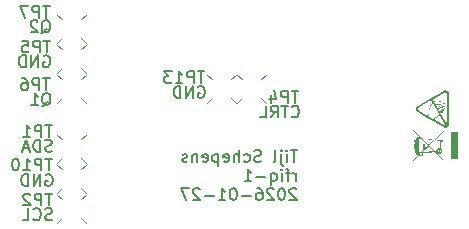
<source format=gbr>
%TF.GenerationSoftware,KiCad,Pcbnew,9.0.7*%
%TF.CreationDate,2026-01-30T12:17:07+01:00*%
%TF.ProjectId,rfiq-1,72666971-2d31-42e6-9b69-6361645f7063,1a*%
%TF.SameCoordinates,Original*%
%TF.FileFunction,Legend,Bot*%
%TF.FilePolarity,Positive*%
%FSLAX46Y46*%
G04 Gerber Fmt 4.6, Leading zero omitted, Abs format (unit mm)*
G04 Created by KiCad (PCBNEW 9.0.7) date 2026-01-30 12:17:07*
%MOMM*%
%LPD*%
G01*
G04 APERTURE LIST*
%ADD10C,0.150000*%
%ADD11C,0.100000*%
G04 APERTURE END LIST*
D10*
X189431077Y-95499931D02*
X188859649Y-95499931D01*
X189145363Y-96499931D02*
X189145363Y-95499931D01*
X188526315Y-96499931D02*
X188526315Y-95833264D01*
X188526315Y-95499931D02*
X188573934Y-95547550D01*
X188573934Y-95547550D02*
X188526315Y-95595169D01*
X188526315Y-95595169D02*
X188478696Y-95547550D01*
X188478696Y-95547550D02*
X188526315Y-95499931D01*
X188526315Y-95499931D02*
X188526315Y-95595169D01*
X188050125Y-95833264D02*
X188050125Y-96690407D01*
X188050125Y-96690407D02*
X188097744Y-96785645D01*
X188097744Y-96785645D02*
X188192982Y-96833264D01*
X188192982Y-96833264D02*
X188240601Y-96833264D01*
X188050125Y-95499931D02*
X188097744Y-95547550D01*
X188097744Y-95547550D02*
X188050125Y-95595169D01*
X188050125Y-95595169D02*
X188002506Y-95547550D01*
X188002506Y-95547550D02*
X188050125Y-95499931D01*
X188050125Y-95499931D02*
X188050125Y-95595169D01*
X187431078Y-96499931D02*
X187526316Y-96452312D01*
X187526316Y-96452312D02*
X187573935Y-96357073D01*
X187573935Y-96357073D02*
X187573935Y-95499931D01*
X186335839Y-96452312D02*
X186192982Y-96499931D01*
X186192982Y-96499931D02*
X185954887Y-96499931D01*
X185954887Y-96499931D02*
X185859649Y-96452312D01*
X185859649Y-96452312D02*
X185812030Y-96404692D01*
X185812030Y-96404692D02*
X185764411Y-96309454D01*
X185764411Y-96309454D02*
X185764411Y-96214216D01*
X185764411Y-96214216D02*
X185812030Y-96118978D01*
X185812030Y-96118978D02*
X185859649Y-96071359D01*
X185859649Y-96071359D02*
X185954887Y-96023740D01*
X185954887Y-96023740D02*
X186145363Y-95976121D01*
X186145363Y-95976121D02*
X186240601Y-95928502D01*
X186240601Y-95928502D02*
X186288220Y-95880883D01*
X186288220Y-95880883D02*
X186335839Y-95785645D01*
X186335839Y-95785645D02*
X186335839Y-95690407D01*
X186335839Y-95690407D02*
X186288220Y-95595169D01*
X186288220Y-95595169D02*
X186240601Y-95547550D01*
X186240601Y-95547550D02*
X186145363Y-95499931D01*
X186145363Y-95499931D02*
X185907268Y-95499931D01*
X185907268Y-95499931D02*
X185764411Y-95547550D01*
X184907268Y-96452312D02*
X185002506Y-96499931D01*
X185002506Y-96499931D02*
X185192982Y-96499931D01*
X185192982Y-96499931D02*
X185288220Y-96452312D01*
X185288220Y-96452312D02*
X185335839Y-96404692D01*
X185335839Y-96404692D02*
X185383458Y-96309454D01*
X185383458Y-96309454D02*
X185383458Y-96023740D01*
X185383458Y-96023740D02*
X185335839Y-95928502D01*
X185335839Y-95928502D02*
X185288220Y-95880883D01*
X185288220Y-95880883D02*
X185192982Y-95833264D01*
X185192982Y-95833264D02*
X185002506Y-95833264D01*
X185002506Y-95833264D02*
X184907268Y-95880883D01*
X184478696Y-96499931D02*
X184478696Y-95499931D01*
X184050125Y-96499931D02*
X184050125Y-95976121D01*
X184050125Y-95976121D02*
X184097744Y-95880883D01*
X184097744Y-95880883D02*
X184192982Y-95833264D01*
X184192982Y-95833264D02*
X184335839Y-95833264D01*
X184335839Y-95833264D02*
X184431077Y-95880883D01*
X184431077Y-95880883D02*
X184478696Y-95928502D01*
X183192982Y-96452312D02*
X183288220Y-96499931D01*
X183288220Y-96499931D02*
X183478696Y-96499931D01*
X183478696Y-96499931D02*
X183573934Y-96452312D01*
X183573934Y-96452312D02*
X183621553Y-96357073D01*
X183621553Y-96357073D02*
X183621553Y-95976121D01*
X183621553Y-95976121D02*
X183573934Y-95880883D01*
X183573934Y-95880883D02*
X183478696Y-95833264D01*
X183478696Y-95833264D02*
X183288220Y-95833264D01*
X183288220Y-95833264D02*
X183192982Y-95880883D01*
X183192982Y-95880883D02*
X183145363Y-95976121D01*
X183145363Y-95976121D02*
X183145363Y-96071359D01*
X183145363Y-96071359D02*
X183621553Y-96166597D01*
X182716791Y-95833264D02*
X182716791Y-96833264D01*
X182716791Y-95880883D02*
X182621553Y-95833264D01*
X182621553Y-95833264D02*
X182431077Y-95833264D01*
X182431077Y-95833264D02*
X182335839Y-95880883D01*
X182335839Y-95880883D02*
X182288220Y-95928502D01*
X182288220Y-95928502D02*
X182240601Y-96023740D01*
X182240601Y-96023740D02*
X182240601Y-96309454D01*
X182240601Y-96309454D02*
X182288220Y-96404692D01*
X182288220Y-96404692D02*
X182335839Y-96452312D01*
X182335839Y-96452312D02*
X182431077Y-96499931D01*
X182431077Y-96499931D02*
X182621553Y-96499931D01*
X182621553Y-96499931D02*
X182716791Y-96452312D01*
X181431077Y-96452312D02*
X181526315Y-96499931D01*
X181526315Y-96499931D02*
X181716791Y-96499931D01*
X181716791Y-96499931D02*
X181812029Y-96452312D01*
X181812029Y-96452312D02*
X181859648Y-96357073D01*
X181859648Y-96357073D02*
X181859648Y-95976121D01*
X181859648Y-95976121D02*
X181812029Y-95880883D01*
X181812029Y-95880883D02*
X181716791Y-95833264D01*
X181716791Y-95833264D02*
X181526315Y-95833264D01*
X181526315Y-95833264D02*
X181431077Y-95880883D01*
X181431077Y-95880883D02*
X181383458Y-95976121D01*
X181383458Y-95976121D02*
X181383458Y-96071359D01*
X181383458Y-96071359D02*
X181859648Y-96166597D01*
X180954886Y-95833264D02*
X180954886Y-96499931D01*
X180954886Y-95928502D02*
X180907267Y-95880883D01*
X180907267Y-95880883D02*
X180812029Y-95833264D01*
X180812029Y-95833264D02*
X180669172Y-95833264D01*
X180669172Y-95833264D02*
X180573934Y-95880883D01*
X180573934Y-95880883D02*
X180526315Y-95976121D01*
X180526315Y-95976121D02*
X180526315Y-96499931D01*
X180097743Y-96452312D02*
X180002505Y-96499931D01*
X180002505Y-96499931D02*
X179812029Y-96499931D01*
X179812029Y-96499931D02*
X179716791Y-96452312D01*
X179716791Y-96452312D02*
X179669172Y-96357073D01*
X179669172Y-96357073D02*
X179669172Y-96309454D01*
X179669172Y-96309454D02*
X179716791Y-96214216D01*
X179716791Y-96214216D02*
X179812029Y-96166597D01*
X179812029Y-96166597D02*
X179954886Y-96166597D01*
X179954886Y-96166597D02*
X180050124Y-96118978D01*
X180050124Y-96118978D02*
X180097743Y-96023740D01*
X180097743Y-96023740D02*
X180097743Y-95976121D01*
X180097743Y-95976121D02*
X180050124Y-95880883D01*
X180050124Y-95880883D02*
X179954886Y-95833264D01*
X179954886Y-95833264D02*
X179812029Y-95833264D01*
X179812029Y-95833264D02*
X179716791Y-95880883D01*
X189288220Y-98109875D02*
X189288220Y-97443208D01*
X189288220Y-97633684D02*
X189240601Y-97538446D01*
X189240601Y-97538446D02*
X189192982Y-97490827D01*
X189192982Y-97490827D02*
X189097744Y-97443208D01*
X189097744Y-97443208D02*
X189002506Y-97443208D01*
X188812029Y-97443208D02*
X188431077Y-97443208D01*
X188669172Y-98109875D02*
X188669172Y-97252732D01*
X188669172Y-97252732D02*
X188621553Y-97157494D01*
X188621553Y-97157494D02*
X188526315Y-97109875D01*
X188526315Y-97109875D02*
X188431077Y-97109875D01*
X188097743Y-98109875D02*
X188097743Y-97443208D01*
X188097743Y-97109875D02*
X188145362Y-97157494D01*
X188145362Y-97157494D02*
X188097743Y-97205113D01*
X188097743Y-97205113D02*
X188050124Y-97157494D01*
X188050124Y-97157494D02*
X188097743Y-97109875D01*
X188097743Y-97109875D02*
X188097743Y-97205113D01*
X187192982Y-97443208D02*
X187192982Y-98443208D01*
X187192982Y-98062256D02*
X187288220Y-98109875D01*
X187288220Y-98109875D02*
X187478696Y-98109875D01*
X187478696Y-98109875D02*
X187573934Y-98062256D01*
X187573934Y-98062256D02*
X187621553Y-98014636D01*
X187621553Y-98014636D02*
X187669172Y-97919398D01*
X187669172Y-97919398D02*
X187669172Y-97633684D01*
X187669172Y-97633684D02*
X187621553Y-97538446D01*
X187621553Y-97538446D02*
X187573934Y-97490827D01*
X187573934Y-97490827D02*
X187478696Y-97443208D01*
X187478696Y-97443208D02*
X187288220Y-97443208D01*
X187288220Y-97443208D02*
X187192982Y-97490827D01*
X186716791Y-97728922D02*
X185954887Y-97728922D01*
X184954887Y-98109875D02*
X185526315Y-98109875D01*
X185240601Y-98109875D02*
X185240601Y-97109875D01*
X185240601Y-97109875D02*
X185335839Y-97252732D01*
X185335839Y-97252732D02*
X185431077Y-97347970D01*
X185431077Y-97347970D02*
X185526315Y-97395589D01*
X189335839Y-98815057D02*
X189288220Y-98767438D01*
X189288220Y-98767438D02*
X189192982Y-98719819D01*
X189192982Y-98719819D02*
X188954887Y-98719819D01*
X188954887Y-98719819D02*
X188859649Y-98767438D01*
X188859649Y-98767438D02*
X188812030Y-98815057D01*
X188812030Y-98815057D02*
X188764411Y-98910295D01*
X188764411Y-98910295D02*
X188764411Y-99005533D01*
X188764411Y-99005533D02*
X188812030Y-99148390D01*
X188812030Y-99148390D02*
X189383458Y-99719819D01*
X189383458Y-99719819D02*
X188764411Y-99719819D01*
X188145363Y-98719819D02*
X188050125Y-98719819D01*
X188050125Y-98719819D02*
X187954887Y-98767438D01*
X187954887Y-98767438D02*
X187907268Y-98815057D01*
X187907268Y-98815057D02*
X187859649Y-98910295D01*
X187859649Y-98910295D02*
X187812030Y-99100771D01*
X187812030Y-99100771D02*
X187812030Y-99338866D01*
X187812030Y-99338866D02*
X187859649Y-99529342D01*
X187859649Y-99529342D02*
X187907268Y-99624580D01*
X187907268Y-99624580D02*
X187954887Y-99672200D01*
X187954887Y-99672200D02*
X188050125Y-99719819D01*
X188050125Y-99719819D02*
X188145363Y-99719819D01*
X188145363Y-99719819D02*
X188240601Y-99672200D01*
X188240601Y-99672200D02*
X188288220Y-99624580D01*
X188288220Y-99624580D02*
X188335839Y-99529342D01*
X188335839Y-99529342D02*
X188383458Y-99338866D01*
X188383458Y-99338866D02*
X188383458Y-99100771D01*
X188383458Y-99100771D02*
X188335839Y-98910295D01*
X188335839Y-98910295D02*
X188288220Y-98815057D01*
X188288220Y-98815057D02*
X188240601Y-98767438D01*
X188240601Y-98767438D02*
X188145363Y-98719819D01*
X187431077Y-98815057D02*
X187383458Y-98767438D01*
X187383458Y-98767438D02*
X187288220Y-98719819D01*
X187288220Y-98719819D02*
X187050125Y-98719819D01*
X187050125Y-98719819D02*
X186954887Y-98767438D01*
X186954887Y-98767438D02*
X186907268Y-98815057D01*
X186907268Y-98815057D02*
X186859649Y-98910295D01*
X186859649Y-98910295D02*
X186859649Y-99005533D01*
X186859649Y-99005533D02*
X186907268Y-99148390D01*
X186907268Y-99148390D02*
X187478696Y-99719819D01*
X187478696Y-99719819D02*
X186859649Y-99719819D01*
X186002506Y-98719819D02*
X186192982Y-98719819D01*
X186192982Y-98719819D02*
X186288220Y-98767438D01*
X186288220Y-98767438D02*
X186335839Y-98815057D01*
X186335839Y-98815057D02*
X186431077Y-98957914D01*
X186431077Y-98957914D02*
X186478696Y-99148390D01*
X186478696Y-99148390D02*
X186478696Y-99529342D01*
X186478696Y-99529342D02*
X186431077Y-99624580D01*
X186431077Y-99624580D02*
X186383458Y-99672200D01*
X186383458Y-99672200D02*
X186288220Y-99719819D01*
X186288220Y-99719819D02*
X186097744Y-99719819D01*
X186097744Y-99719819D02*
X186002506Y-99672200D01*
X186002506Y-99672200D02*
X185954887Y-99624580D01*
X185954887Y-99624580D02*
X185907268Y-99529342D01*
X185907268Y-99529342D02*
X185907268Y-99291247D01*
X185907268Y-99291247D02*
X185954887Y-99196009D01*
X185954887Y-99196009D02*
X186002506Y-99148390D01*
X186002506Y-99148390D02*
X186097744Y-99100771D01*
X186097744Y-99100771D02*
X186288220Y-99100771D01*
X186288220Y-99100771D02*
X186383458Y-99148390D01*
X186383458Y-99148390D02*
X186431077Y-99196009D01*
X186431077Y-99196009D02*
X186478696Y-99291247D01*
X185478696Y-99338866D02*
X184716792Y-99338866D01*
X184050125Y-98719819D02*
X183954887Y-98719819D01*
X183954887Y-98719819D02*
X183859649Y-98767438D01*
X183859649Y-98767438D02*
X183812030Y-98815057D01*
X183812030Y-98815057D02*
X183764411Y-98910295D01*
X183764411Y-98910295D02*
X183716792Y-99100771D01*
X183716792Y-99100771D02*
X183716792Y-99338866D01*
X183716792Y-99338866D02*
X183764411Y-99529342D01*
X183764411Y-99529342D02*
X183812030Y-99624580D01*
X183812030Y-99624580D02*
X183859649Y-99672200D01*
X183859649Y-99672200D02*
X183954887Y-99719819D01*
X183954887Y-99719819D02*
X184050125Y-99719819D01*
X184050125Y-99719819D02*
X184145363Y-99672200D01*
X184145363Y-99672200D02*
X184192982Y-99624580D01*
X184192982Y-99624580D02*
X184240601Y-99529342D01*
X184240601Y-99529342D02*
X184288220Y-99338866D01*
X184288220Y-99338866D02*
X184288220Y-99100771D01*
X184288220Y-99100771D02*
X184240601Y-98910295D01*
X184240601Y-98910295D02*
X184192982Y-98815057D01*
X184192982Y-98815057D02*
X184145363Y-98767438D01*
X184145363Y-98767438D02*
X184050125Y-98719819D01*
X182764411Y-99719819D02*
X183335839Y-99719819D01*
X183050125Y-99719819D02*
X183050125Y-98719819D01*
X183050125Y-98719819D02*
X183145363Y-98862676D01*
X183145363Y-98862676D02*
X183240601Y-98957914D01*
X183240601Y-98957914D02*
X183335839Y-99005533D01*
X182335839Y-99338866D02*
X181573935Y-99338866D01*
X181145363Y-98815057D02*
X181097744Y-98767438D01*
X181097744Y-98767438D02*
X181002506Y-98719819D01*
X181002506Y-98719819D02*
X180764411Y-98719819D01*
X180764411Y-98719819D02*
X180669173Y-98767438D01*
X180669173Y-98767438D02*
X180621554Y-98815057D01*
X180621554Y-98815057D02*
X180573935Y-98910295D01*
X180573935Y-98910295D02*
X180573935Y-99005533D01*
X180573935Y-99005533D02*
X180621554Y-99148390D01*
X180621554Y-99148390D02*
X181192982Y-99719819D01*
X181192982Y-99719819D02*
X180573935Y-99719819D01*
X180240601Y-98719819D02*
X179573935Y-98719819D01*
X179573935Y-98719819D02*
X180002506Y-99719819D01*
D11*
G36*
X202134173Y-90459071D02*
G01*
X202135272Y-90459071D01*
X202135272Y-90459987D01*
X202175205Y-90486732D01*
X202210193Y-90519521D01*
X202276343Y-90623189D01*
X202298304Y-90743004D01*
X202298304Y-93266521D01*
X202298304Y-93269085D01*
X202298304Y-93271650D01*
X202293175Y-93318728D01*
X202282916Y-93363974D01*
X202227412Y-93467979D01*
X202136004Y-93545324D01*
X202135088Y-93545324D01*
X202135088Y-93546423D01*
X202090942Y-93566939D01*
X202044780Y-93580312D01*
X201923319Y-93584653D01*
X201809757Y-93542393D01*
X200612473Y-92852346D01*
X200975179Y-92852346D01*
X200975179Y-92853262D01*
X201844928Y-93352433D01*
X201846027Y-93352433D01*
X201919300Y-93376980D01*
X201920216Y-93376064D01*
X201934687Y-93376064D01*
X201961432Y-93376064D01*
X201433318Y-92468396D01*
X201383033Y-92550088D01*
X201295382Y-92649747D01*
X201259295Y-92683269D01*
X201227421Y-92707998D01*
X201135830Y-92749947D01*
X201057611Y-92783836D01*
X201056512Y-92783836D01*
X200994596Y-92829815D01*
X200975179Y-92852346D01*
X200612473Y-92852346D01*
X200155426Y-92588930D01*
X200517407Y-92588930D01*
X200518323Y-92588930D01*
X200933963Y-92828715D01*
X200961807Y-92797025D01*
X201032698Y-92743902D01*
X201120259Y-92706899D01*
X201200676Y-92670080D01*
X201229436Y-92647548D01*
X201262409Y-92616774D01*
X201361979Y-92501344D01*
X201403459Y-92417288D01*
X201217122Y-92095804D01*
X201378729Y-92095804D01*
X201479663Y-92270743D01*
X201514329Y-92222383D01*
X201571803Y-92222383D01*
X201622178Y-92277887D01*
X201625293Y-92279719D01*
X201628224Y-92283932D01*
X201653869Y-92292175D01*
X201693803Y-92283016D01*
X201696001Y-92281917D01*
X201708274Y-92233740D01*
X201694902Y-92148194D01*
X201680614Y-92117419D01*
X201674385Y-92119984D01*
X201668157Y-92123647D01*
X201605692Y-92173107D01*
X201571803Y-92222383D01*
X201514329Y-92222383D01*
X201531137Y-92198935D01*
X201568140Y-92145263D01*
X201623039Y-92101116D01*
X201726226Y-92101116D01*
X201739598Y-92133906D01*
X201746742Y-92157536D01*
X201774435Y-92171206D01*
X201802063Y-92170725D01*
X201813421Y-92166695D01*
X201824595Y-92159551D01*
X201827709Y-92157536D01*
X201841081Y-92115404D01*
X201821664Y-92064113D01*
X201821664Y-92063197D01*
X201746742Y-92095987D01*
X201726226Y-92101116D01*
X201623039Y-92101116D01*
X201647641Y-92081332D01*
X201689773Y-92063014D01*
X201710289Y-92056786D01*
X201698565Y-92021065D01*
X201692887Y-91997801D01*
X201697331Y-91917018D01*
X201716517Y-91917018D01*
X201716517Y-91991024D01*
X201738133Y-92051474D01*
X201816352Y-92010441D01*
X201883213Y-91952006D01*
X201900799Y-91923063D01*
X201907943Y-91896502D01*
X201907943Y-91895403D01*
X201907943Y-91857484D01*
X201893471Y-91823229D01*
X201867636Y-91805618D01*
X201830090Y-91799232D01*
X201807192Y-91799232D01*
X201761397Y-91818832D01*
X201728241Y-91872505D01*
X201726775Y-91879282D01*
X201724211Y-91886060D01*
X201723112Y-91893204D01*
X201720914Y-91900348D01*
X201716517Y-91917018D01*
X201697331Y-91917018D01*
X201698016Y-91904562D01*
X201700031Y-91895219D01*
X201702229Y-91886793D01*
X201703145Y-91879649D01*
X201709190Y-91864078D01*
X201746376Y-91800881D01*
X201769091Y-91787508D01*
X201703406Y-91797791D01*
X201631298Y-91831175D01*
X201549822Y-91893937D01*
X201452552Y-91996885D01*
X201378729Y-92095804D01*
X201217122Y-92095804D01*
X201126023Y-91938633D01*
X201287138Y-91938633D01*
X201353084Y-92051657D01*
X201412618Y-91972522D01*
X201367555Y-91946877D01*
X201357297Y-91942847D01*
X201320111Y-91934603D01*
X201287138Y-91938633D01*
X201126023Y-91938633D01*
X201052762Y-91812238D01*
X201216430Y-91812238D01*
X201263508Y-91896502D01*
X201321027Y-91887159D01*
X201376714Y-91900532D01*
X201386973Y-91905661D01*
X201443576Y-91936435D01*
X201517765Y-91861880D01*
X201527473Y-91853271D01*
X201536266Y-91845577D01*
X201474534Y-91809124D01*
X201455849Y-91801247D01*
X201438447Y-91795385D01*
X201372684Y-91787508D01*
X201298496Y-91787508D01*
X201251235Y-91792821D01*
X201216430Y-91812238D01*
X201052762Y-91812238D01*
X200989481Y-91703061D01*
X201152316Y-91703061D01*
X201192433Y-91770289D01*
X201238778Y-91746842D01*
X201298496Y-91740614D01*
X201336231Y-91740614D01*
X201373600Y-91740614D01*
X201449987Y-91749590D01*
X201450903Y-91749590D01*
X201472519Y-91757466D01*
X201493035Y-91767725D01*
X201575467Y-91817001D01*
X201658815Y-91764061D01*
X201642512Y-91737500D01*
X201621812Y-91708190D01*
X201608440Y-91692803D01*
X201601296Y-91682545D01*
X201591953Y-91666058D01*
X201585725Y-91664959D01*
X201577482Y-91664043D01*
X201489921Y-91670272D01*
X201457727Y-91669807D01*
X201386973Y-91651770D01*
X201292267Y-91632170D01*
X201235664Y-91662028D01*
X201152316Y-91703061D01*
X200989481Y-91703061D01*
X200877360Y-91509621D01*
X200836693Y-91555966D01*
X200789982Y-91622827D01*
X200767817Y-91660929D01*
X200728250Y-91723578D01*
X200661771Y-91826651D01*
X200625668Y-91907676D01*
X200605758Y-91992735D01*
X200598374Y-92103131D01*
X200598374Y-92165779D01*
X200605518Y-92306097D01*
X200598568Y-92376290D01*
X200577857Y-92442568D01*
X200517407Y-92588930D01*
X200155426Y-92588930D01*
X199621463Y-92281184D01*
X199582445Y-92253340D01*
X199547458Y-92221650D01*
X199482713Y-92120076D01*
X199461313Y-92002930D01*
X199672205Y-92002930D01*
X199683748Y-92066156D01*
X199718550Y-92121083D01*
X199737051Y-92138485D01*
X199758667Y-92152773D01*
X199758667Y-92153872D01*
X200474176Y-92565666D01*
X200528398Y-92424982D01*
X200545625Y-92364757D01*
X200551479Y-92299502D01*
X200551479Y-92167978D01*
X200551479Y-92135737D01*
X200551479Y-92104413D01*
X200559453Y-91989143D01*
X200581887Y-91891739D01*
X200621051Y-91804752D01*
X200691430Y-91695551D01*
X200726967Y-91637116D01*
X200740157Y-91614951D01*
X200751331Y-91596999D01*
X200799874Y-91527206D01*
X200853729Y-91468588D01*
X200826380Y-91421510D01*
X200987452Y-91421510D01*
X201126488Y-91659464D01*
X201159525Y-91651687D01*
X201208920Y-91624842D01*
X201284024Y-91587107D01*
X201325093Y-91588209D01*
X201402360Y-91608356D01*
X201479663Y-91625758D01*
X201580779Y-91618614D01*
X201593602Y-91619530D01*
X201606425Y-91621728D01*
X201633169Y-91628872D01*
X201663944Y-91638032D01*
X201818550Y-91673752D01*
X201819466Y-91673752D01*
X201857076Y-91661928D01*
X201890357Y-91633086D01*
X201898600Y-91623011D01*
X201878084Y-91624110D01*
X201852255Y-91622095D01*
X201809024Y-91601578D01*
X201791439Y-91589488D01*
X201743506Y-91545707D01*
X201728790Y-91494234D01*
X201754619Y-91494234D01*
X201766254Y-91534711D01*
X201804262Y-91569338D01*
X201815985Y-91575566D01*
X201824595Y-91581795D01*
X201860315Y-91599014D01*
X201878633Y-91599930D01*
X201896219Y-91599930D01*
X201909958Y-91599930D01*
X201913072Y-91577398D01*
X201906607Y-91551717D01*
X201885411Y-91527023D01*
X201772021Y-91475732D01*
X201758649Y-91470603D01*
X201756634Y-91475732D01*
X201754619Y-91494234D01*
X201728790Y-91494234D01*
X201731905Y-91469687D01*
X201733920Y-91462543D01*
X201681346Y-91442027D01*
X201601113Y-91410153D01*
X201497065Y-91392751D01*
X201377630Y-91372234D01*
X201374516Y-91372234D01*
X201330186Y-91359961D01*
X201240175Y-91340831D01*
X201196463Y-91342559D01*
X201114031Y-91375348D01*
X200987452Y-91421510D01*
X200826380Y-91421510D01*
X200746568Y-91284124D01*
X199762697Y-91850889D01*
X199761781Y-91851805D01*
X199704078Y-91902180D01*
X199704078Y-91903279D01*
X199696934Y-91914637D01*
X199678312Y-91957954D01*
X199672205Y-92002930D01*
X199461313Y-92002930D01*
X199461179Y-92002198D01*
X199472251Y-91917252D01*
X199505326Y-91839166D01*
X199520713Y-91815535D01*
X199520713Y-91816634D01*
X199567507Y-91763140D01*
X199626409Y-91721196D01*
X200504632Y-91214331D01*
X200868018Y-91214331D01*
X200962723Y-91377363D01*
X201017744Y-91364650D01*
X201094797Y-91333217D01*
X201184556Y-91297313D01*
X201237828Y-91294222D01*
X201343375Y-91314898D01*
X201385874Y-91326072D01*
X201388988Y-91327172D01*
X201389904Y-91327172D01*
X201504392Y-91346589D01*
X201615767Y-91366006D01*
X201701496Y-91398979D01*
X201768541Y-91425540D01*
X201787042Y-91431769D01*
X201873390Y-91465396D01*
X201916186Y-91492219D01*
X201948104Y-91530308D01*
X201958318Y-91574284D01*
X201950075Y-91622644D01*
X201925528Y-91663677D01*
X201877097Y-91704179D01*
X201820931Y-91717166D01*
X201666142Y-91686758D01*
X201682629Y-91714419D01*
X201708274Y-91748490D01*
X201775685Y-91740614D01*
X201782096Y-91740614D01*
X201788142Y-91740614D01*
X201873490Y-91754023D01*
X201928276Y-91789706D01*
X201945381Y-91814621D01*
X201955204Y-91851622D01*
X201955204Y-91900532D01*
X201942564Y-91942847D01*
X201919483Y-91979666D01*
X201859583Y-92036270D01*
X201880536Y-92072413D01*
X201887426Y-92112290D01*
X201882236Y-92157488D01*
X201859583Y-92191425D01*
X201853354Y-92196554D01*
X201833937Y-92209193D01*
X201812138Y-92216338D01*
X201754619Y-92214323D01*
X201754619Y-92224031D01*
X201754619Y-92234656D01*
X201746311Y-92290090D01*
X201725676Y-92319836D01*
X201710106Y-92328079D01*
X201656250Y-92338520D01*
X201597449Y-92317454D01*
X201591221Y-92312508D01*
X201543593Y-92264515D01*
X201504576Y-92311592D01*
X202079767Y-93300409D01*
X202102482Y-93254248D01*
X202108710Y-93229701D01*
X202109626Y-93204056D01*
X202110725Y-93203140D01*
X202110725Y-90804187D01*
X202099043Y-90738310D01*
X202064380Y-90683103D01*
X202044963Y-90665701D01*
X202023164Y-90651413D01*
X202023164Y-90650314D01*
X201965259Y-90629135D01*
X201900799Y-90630896D01*
X201875886Y-90638040D01*
X201852438Y-90648299D01*
X201849324Y-90650314D01*
X200868018Y-91214331D01*
X200504632Y-91214331D01*
X201813237Y-90459071D01*
X201813237Y-90457972D01*
X201815252Y-90456873D01*
X201820382Y-90454858D01*
X201863429Y-90435441D01*
X201907576Y-90422069D01*
X202025587Y-90419105D01*
X202134173Y-90459071D01*
G37*
G36*
X201512565Y-95487119D02*
G01*
X201538390Y-95512821D01*
X201547990Y-95559045D01*
X201538336Y-95605998D01*
X201512461Y-95631996D01*
X201465924Y-95641660D01*
X201419388Y-95631996D01*
X201393512Y-95605998D01*
X201383859Y-95559045D01*
X201384277Y-95557030D01*
X201448522Y-95557030D01*
X201460978Y-95570403D01*
X201474167Y-95557030D01*
X201460978Y-95544757D01*
X201448522Y-95557030D01*
X201384277Y-95557030D01*
X201393458Y-95512821D01*
X201419284Y-95487119D01*
X201465924Y-95477529D01*
X201512565Y-95487119D01*
G37*
G36*
X199983797Y-94499520D02*
G01*
X200182184Y-94519120D01*
X200662487Y-94564183D01*
X201010167Y-94600087D01*
X201787409Y-93839148D01*
X201837784Y-93891355D01*
X201107437Y-94605216D01*
X201559713Y-94647531D01*
X201559713Y-94668597D01*
X201724394Y-94668597D01*
X201724394Y-94832728D01*
X201559713Y-94832728D01*
X201559713Y-95319260D01*
X201592869Y-95336845D01*
X201624193Y-95359193D01*
X201660280Y-95395097D01*
X201689590Y-95441992D01*
X201706442Y-95494382D01*
X201712121Y-95543292D01*
X201712121Y-95598246D01*
X201702229Y-95635982D01*
X201685376Y-95678480D01*
X201662479Y-95714933D01*
X201634818Y-95744609D01*
X201594152Y-95773918D01*
X201548539Y-95795167D01*
X201505858Y-95806341D01*
X201472152Y-95810371D01*
X201427822Y-95807440D01*
X201392285Y-95800296D01*
X201359862Y-95789305D01*
X201323958Y-95770254D01*
X201293550Y-95749188D01*
X201266256Y-95720245D01*
X201244274Y-95690020D01*
X201229436Y-95660711D01*
X201190601Y-95665840D01*
X201836868Y-96290491D01*
X201785577Y-96342698D01*
X201090584Y-95670054D01*
X200486632Y-95724459D01*
X200047362Y-95761278D01*
X200047362Y-95958199D01*
X199769474Y-95958199D01*
X199769474Y-95906725D01*
X199243925Y-96419635D01*
X199193550Y-96367428D01*
X199685836Y-95887857D01*
X199839633Y-95887857D01*
X199977020Y-95887857D01*
X199977020Y-95750287D01*
X199839633Y-95750287D01*
X199839633Y-95887857D01*
X199685836Y-95887857D01*
X199689973Y-95883827D01*
X199654253Y-95883827D01*
X199644911Y-95894818D01*
X199637583Y-95906725D01*
X199624028Y-95919731D01*
X199608274Y-95931454D01*
X199590505Y-95938415D01*
X199572554Y-95943361D01*
X199550755Y-95945376D01*
X199524926Y-95942262D01*
X199508257Y-95935118D01*
X199480230Y-95916800D01*
X199460629Y-95896284D01*
X199448173Y-95868806D01*
X199443044Y-95840047D01*
X199443244Y-95838581D01*
X199513935Y-95838581D01*
X199523448Y-95864616D01*
X199553503Y-95873752D01*
X199583403Y-95864630D01*
X199592887Y-95838581D01*
X199583403Y-95812532D01*
X199553503Y-95803410D01*
X199523448Y-95812546D01*
X199513935Y-95838581D01*
X199443244Y-95838581D01*
X199447074Y-95810554D01*
X199458614Y-95786191D01*
X199470887Y-95764576D01*
X199483344Y-95754317D01*
X199465758Y-95736182D01*
X199445975Y-95704492D01*
X199426374Y-95665474D01*
X199405675Y-95611618D01*
X199388089Y-95553367D01*
X199375633Y-95494931D01*
X199365191Y-95433932D01*
X199358047Y-95383740D01*
X199297048Y-95383740D01*
X199297048Y-95314314D01*
X199367390Y-95314314D01*
X199408422Y-95314314D01*
X199408422Y-95067201D01*
X199367390Y-95067201D01*
X199367390Y-95314314D01*
X199297048Y-95314314D01*
X199297048Y-94985136D01*
X199350170Y-94985136D01*
X199426374Y-94985136D01*
X199484626Y-94985136D01*
X199484626Y-95383740D01*
X199434801Y-95383740D01*
X199447807Y-95468553D01*
X199465758Y-95544024D01*
X199484993Y-95607039D01*
X199507158Y-95656864D01*
X199532803Y-95698264D01*
X199559181Y-95727206D01*
X199578415Y-95727206D01*
X199578415Y-95717131D01*
X199707376Y-95717131D01*
X199769474Y-95711086D01*
X199769474Y-95679945D01*
X199902648Y-95679945D01*
X200004680Y-95679945D01*
X200048827Y-95679945D01*
X200048827Y-95688005D01*
X201022440Y-95604658D01*
X200549830Y-95152564D01*
X200246297Y-95446755D01*
X200246297Y-95500976D01*
X200185847Y-95500976D01*
X200004680Y-95679945D01*
X199902648Y-95679945D01*
X200079052Y-95500976D01*
X200079052Y-95427887D01*
X200152325Y-95427887D01*
X200175956Y-95427887D01*
X200175956Y-95051631D01*
X200152325Y-95051631D01*
X200152325Y-95427887D01*
X200079052Y-95427887D01*
X200079052Y-94973412D01*
X200246297Y-94973412D01*
X200246297Y-95338128D01*
X200497440Y-95103838D01*
X200492007Y-95098525D01*
X200600938Y-95098525D01*
X201118794Y-95596048D01*
X201208004Y-95587805D01*
X201208004Y-95556297D01*
X201336964Y-95556297D01*
X201351548Y-95628524D01*
X201390380Y-95668219D01*
X201459696Y-95682876D01*
X201529495Y-95668182D01*
X201568526Y-95628453D01*
X201583161Y-95556297D01*
X201568579Y-95484871D01*
X201529597Y-95445438D01*
X201459696Y-95430818D01*
X201390279Y-95445401D01*
X201351495Y-95484801D01*
X201336964Y-95556297D01*
X201208004Y-95556297D01*
X201208004Y-95551718D01*
X201208004Y-95513616D01*
X201220643Y-95468920D01*
X201243724Y-95425322D01*
X201268087Y-95390701D01*
X201298496Y-95360293D01*
X201339712Y-95332815D01*
X201391369Y-95311566D01*
X201449255Y-95299476D01*
X201489371Y-95302407D01*
X201489371Y-94759272D01*
X201551837Y-94759272D01*
X201653319Y-94759272D01*
X201653319Y-94742969D01*
X201551837Y-94742969D01*
X201551837Y-94759272D01*
X201489371Y-94759272D01*
X201489371Y-94713660D01*
X201039842Y-94671711D01*
X200600938Y-95098525D01*
X200492007Y-95098525D01*
X199961124Y-94579387D01*
X200063665Y-94579387D01*
X200549830Y-95052547D01*
X200944588Y-94662552D01*
X200063665Y-94579387D01*
X199961124Y-94579387D01*
X199951008Y-94569495D01*
X199707376Y-94546781D01*
X199707376Y-95717131D01*
X199578415Y-95717131D01*
X199578415Y-94797557D01*
X199450737Y-94797557D01*
X199440113Y-94853977D01*
X199432602Y-94915526D01*
X199426374Y-94985136D01*
X199350170Y-94985136D01*
X199351086Y-94954178D01*
X199356032Y-94904169D01*
X199363176Y-94850130D01*
X199372336Y-94797557D01*
X199338080Y-94797557D01*
X199338080Y-94722452D01*
X199408422Y-94722452D01*
X199503860Y-94722452D01*
X199503860Y-94694792D01*
X199408422Y-94693876D01*
X199408422Y-94722452D01*
X199338080Y-94722452D01*
X199338080Y-94621702D01*
X199420146Y-94621702D01*
X199502028Y-94621702D01*
X199578415Y-94621702D01*
X199578415Y-94536523D01*
X199564677Y-94534324D01*
X199543794Y-94555940D01*
X199524010Y-94582868D01*
X199502028Y-94621702D01*
X199420146Y-94621702D01*
X199429672Y-94601186D01*
X199442494Y-94573342D01*
X199462644Y-94543667D01*
X199480596Y-94516922D01*
X199502028Y-94494207D01*
X199516866Y-94478820D01*
X199531704Y-94466547D01*
X199548557Y-94459403D01*
X199578415Y-94462517D01*
X199578415Y-94361767D01*
X199707376Y-94361767D01*
X199707376Y-94473691D01*
X199870225Y-94491277D01*
X199195565Y-93841163D01*
X199245757Y-93788956D01*
X199983797Y-94499520D01*
G37*
G36*
X202990000Y-94298386D02*
G01*
X202990000Y-95084237D01*
X202990000Y-95870638D01*
X202990000Y-96227843D01*
X202900240Y-96227843D01*
X202702770Y-96227843D01*
X202505300Y-96227843D01*
X202415540Y-96227843D01*
X202415540Y-95870638D01*
X202415540Y-95084237D01*
X202415540Y-94298386D01*
X202415540Y-93941730D01*
X202505300Y-93941730D01*
X202702770Y-93941730D01*
X202900240Y-93941730D01*
X202990000Y-93941730D01*
X202990000Y-94298386D01*
G37*
D10*
X168139411Y-97567438D02*
X168234649Y-97519819D01*
X168234649Y-97519819D02*
X168377506Y-97519819D01*
X168377506Y-97519819D02*
X168520363Y-97567438D01*
X168520363Y-97567438D02*
X168615601Y-97662676D01*
X168615601Y-97662676D02*
X168663220Y-97757914D01*
X168663220Y-97757914D02*
X168710839Y-97948390D01*
X168710839Y-97948390D02*
X168710839Y-98091247D01*
X168710839Y-98091247D02*
X168663220Y-98281723D01*
X168663220Y-98281723D02*
X168615601Y-98376961D01*
X168615601Y-98376961D02*
X168520363Y-98472200D01*
X168520363Y-98472200D02*
X168377506Y-98519819D01*
X168377506Y-98519819D02*
X168282268Y-98519819D01*
X168282268Y-98519819D02*
X168139411Y-98472200D01*
X168139411Y-98472200D02*
X168091792Y-98424580D01*
X168091792Y-98424580D02*
X168091792Y-98091247D01*
X168091792Y-98091247D02*
X168282268Y-98091247D01*
X167663220Y-98519819D02*
X167663220Y-97519819D01*
X167663220Y-97519819D02*
X167091792Y-98519819D01*
X167091792Y-98519819D02*
X167091792Y-97519819D01*
X166615601Y-98519819D02*
X166615601Y-97519819D01*
X166615601Y-97519819D02*
X166377506Y-97519819D01*
X166377506Y-97519819D02*
X166234649Y-97567438D01*
X166234649Y-97567438D02*
X166139411Y-97662676D01*
X166139411Y-97662676D02*
X166091792Y-97757914D01*
X166091792Y-97757914D02*
X166044173Y-97948390D01*
X166044173Y-97948390D02*
X166044173Y-98091247D01*
X166044173Y-98091247D02*
X166091792Y-98281723D01*
X166091792Y-98281723D02*
X166139411Y-98376961D01*
X166139411Y-98376961D02*
X166234649Y-98472200D01*
X166234649Y-98472200D02*
X166377506Y-98519819D01*
X166377506Y-98519819D02*
X166615601Y-98519819D01*
X168656077Y-96219819D02*
X168084649Y-96219819D01*
X168370363Y-97219819D02*
X168370363Y-96219819D01*
X167751315Y-97219819D02*
X167751315Y-96219819D01*
X167751315Y-96219819D02*
X167370363Y-96219819D01*
X167370363Y-96219819D02*
X167275125Y-96267438D01*
X167275125Y-96267438D02*
X167227506Y-96315057D01*
X167227506Y-96315057D02*
X167179887Y-96410295D01*
X167179887Y-96410295D02*
X167179887Y-96553152D01*
X167179887Y-96553152D02*
X167227506Y-96648390D01*
X167227506Y-96648390D02*
X167275125Y-96696009D01*
X167275125Y-96696009D02*
X167370363Y-96743628D01*
X167370363Y-96743628D02*
X167751315Y-96743628D01*
X166227506Y-97219819D02*
X166798934Y-97219819D01*
X166513220Y-97219819D02*
X166513220Y-96219819D01*
X166513220Y-96219819D02*
X166608458Y-96362676D01*
X166608458Y-96362676D02*
X166703696Y-96457914D01*
X166703696Y-96457914D02*
X166798934Y-96505533D01*
X165608458Y-96219819D02*
X165513220Y-96219819D01*
X165513220Y-96219819D02*
X165417982Y-96267438D01*
X165417982Y-96267438D02*
X165370363Y-96315057D01*
X165370363Y-96315057D02*
X165322744Y-96410295D01*
X165322744Y-96410295D02*
X165275125Y-96600771D01*
X165275125Y-96600771D02*
X165275125Y-96838866D01*
X165275125Y-96838866D02*
X165322744Y-97029342D01*
X165322744Y-97029342D02*
X165370363Y-97124580D01*
X165370363Y-97124580D02*
X165417982Y-97172200D01*
X165417982Y-97172200D02*
X165513220Y-97219819D01*
X165513220Y-97219819D02*
X165608458Y-97219819D01*
X165608458Y-97219819D02*
X165703696Y-97172200D01*
X165703696Y-97172200D02*
X165751315Y-97124580D01*
X165751315Y-97124580D02*
X165798934Y-97029342D01*
X165798934Y-97029342D02*
X165846553Y-96838866D01*
X165846553Y-96838866D02*
X165846553Y-96600771D01*
X165846553Y-96600771D02*
X165798934Y-96410295D01*
X165798934Y-96410295D02*
X165751315Y-96315057D01*
X165751315Y-96315057D02*
X165703696Y-96267438D01*
X165703696Y-96267438D02*
X165608458Y-96219819D01*
X168456077Y-89419819D02*
X167884649Y-89419819D01*
X168170363Y-90419819D02*
X168170363Y-89419819D01*
X167551315Y-90419819D02*
X167551315Y-89419819D01*
X167551315Y-89419819D02*
X167170363Y-89419819D01*
X167170363Y-89419819D02*
X167075125Y-89467438D01*
X167075125Y-89467438D02*
X167027506Y-89515057D01*
X167027506Y-89515057D02*
X166979887Y-89610295D01*
X166979887Y-89610295D02*
X166979887Y-89753152D01*
X166979887Y-89753152D02*
X167027506Y-89848390D01*
X167027506Y-89848390D02*
X167075125Y-89896009D01*
X167075125Y-89896009D02*
X167170363Y-89943628D01*
X167170363Y-89943628D02*
X167551315Y-89943628D01*
X166122744Y-89419819D02*
X166313220Y-89419819D01*
X166313220Y-89419819D02*
X166408458Y-89467438D01*
X166408458Y-89467438D02*
X166456077Y-89515057D01*
X166456077Y-89515057D02*
X166551315Y-89657914D01*
X166551315Y-89657914D02*
X166598934Y-89848390D01*
X166598934Y-89848390D02*
X166598934Y-90229342D01*
X166598934Y-90229342D02*
X166551315Y-90324580D01*
X166551315Y-90324580D02*
X166503696Y-90372200D01*
X166503696Y-90372200D02*
X166408458Y-90419819D01*
X166408458Y-90419819D02*
X166217982Y-90419819D01*
X166217982Y-90419819D02*
X166122744Y-90372200D01*
X166122744Y-90372200D02*
X166075125Y-90324580D01*
X166075125Y-90324580D02*
X166027506Y-90229342D01*
X166027506Y-90229342D02*
X166027506Y-89991247D01*
X166027506Y-89991247D02*
X166075125Y-89896009D01*
X166075125Y-89896009D02*
X166122744Y-89848390D01*
X166122744Y-89848390D02*
X166217982Y-89800771D01*
X166217982Y-89800771D02*
X166408458Y-89800771D01*
X166408458Y-89800771D02*
X166503696Y-89848390D01*
X166503696Y-89848390D02*
X166551315Y-89896009D01*
X166551315Y-89896009D02*
X166598934Y-89991247D01*
X167796554Y-91765057D02*
X167891792Y-91717438D01*
X167891792Y-91717438D02*
X167987030Y-91622200D01*
X167987030Y-91622200D02*
X168129887Y-91479342D01*
X168129887Y-91479342D02*
X168225125Y-91431723D01*
X168225125Y-91431723D02*
X168320363Y-91431723D01*
X168272744Y-91669819D02*
X168367982Y-91622200D01*
X168367982Y-91622200D02*
X168463220Y-91526961D01*
X168463220Y-91526961D02*
X168510839Y-91336485D01*
X168510839Y-91336485D02*
X168510839Y-91003152D01*
X168510839Y-91003152D02*
X168463220Y-90812676D01*
X168463220Y-90812676D02*
X168367982Y-90717438D01*
X168367982Y-90717438D02*
X168272744Y-90669819D01*
X168272744Y-90669819D02*
X168082268Y-90669819D01*
X168082268Y-90669819D02*
X167987030Y-90717438D01*
X167987030Y-90717438D02*
X167891792Y-90812676D01*
X167891792Y-90812676D02*
X167844173Y-91003152D01*
X167844173Y-91003152D02*
X167844173Y-91336485D01*
X167844173Y-91336485D02*
X167891792Y-91526961D01*
X167891792Y-91526961D02*
X167987030Y-91622200D01*
X167987030Y-91622200D02*
X168082268Y-91669819D01*
X168082268Y-91669819D02*
X168272744Y-91669819D01*
X166891792Y-91669819D02*
X167463220Y-91669819D01*
X167177506Y-91669819D02*
X167177506Y-90669819D01*
X167177506Y-90669819D02*
X167272744Y-90812676D01*
X167272744Y-90812676D02*
X167367982Y-90907914D01*
X167367982Y-90907914D02*
X167463220Y-90955533D01*
X168656077Y-99169819D02*
X168084649Y-99169819D01*
X168370363Y-100169819D02*
X168370363Y-99169819D01*
X167751315Y-100169819D02*
X167751315Y-99169819D01*
X167751315Y-99169819D02*
X167370363Y-99169819D01*
X167370363Y-99169819D02*
X167275125Y-99217438D01*
X167275125Y-99217438D02*
X167227506Y-99265057D01*
X167227506Y-99265057D02*
X167179887Y-99360295D01*
X167179887Y-99360295D02*
X167179887Y-99503152D01*
X167179887Y-99503152D02*
X167227506Y-99598390D01*
X167227506Y-99598390D02*
X167275125Y-99646009D01*
X167275125Y-99646009D02*
X167370363Y-99693628D01*
X167370363Y-99693628D02*
X167751315Y-99693628D01*
X166798934Y-99265057D02*
X166751315Y-99217438D01*
X166751315Y-99217438D02*
X166656077Y-99169819D01*
X166656077Y-99169819D02*
X166417982Y-99169819D01*
X166417982Y-99169819D02*
X166322744Y-99217438D01*
X166322744Y-99217438D02*
X166275125Y-99265057D01*
X166275125Y-99265057D02*
X166227506Y-99360295D01*
X166227506Y-99360295D02*
X166227506Y-99455533D01*
X166227506Y-99455533D02*
X166275125Y-99598390D01*
X166275125Y-99598390D02*
X166846553Y-100169819D01*
X166846553Y-100169819D02*
X166227506Y-100169819D01*
X168660839Y-101372200D02*
X168517982Y-101419819D01*
X168517982Y-101419819D02*
X168279887Y-101419819D01*
X168279887Y-101419819D02*
X168184649Y-101372200D01*
X168184649Y-101372200D02*
X168137030Y-101324580D01*
X168137030Y-101324580D02*
X168089411Y-101229342D01*
X168089411Y-101229342D02*
X168089411Y-101134104D01*
X168089411Y-101134104D02*
X168137030Y-101038866D01*
X168137030Y-101038866D02*
X168184649Y-100991247D01*
X168184649Y-100991247D02*
X168279887Y-100943628D01*
X168279887Y-100943628D02*
X168470363Y-100896009D01*
X168470363Y-100896009D02*
X168565601Y-100848390D01*
X168565601Y-100848390D02*
X168613220Y-100800771D01*
X168613220Y-100800771D02*
X168660839Y-100705533D01*
X168660839Y-100705533D02*
X168660839Y-100610295D01*
X168660839Y-100610295D02*
X168613220Y-100515057D01*
X168613220Y-100515057D02*
X168565601Y-100467438D01*
X168565601Y-100467438D02*
X168470363Y-100419819D01*
X168470363Y-100419819D02*
X168232268Y-100419819D01*
X168232268Y-100419819D02*
X168089411Y-100467438D01*
X167089411Y-101324580D02*
X167137030Y-101372200D01*
X167137030Y-101372200D02*
X167279887Y-101419819D01*
X167279887Y-101419819D02*
X167375125Y-101419819D01*
X167375125Y-101419819D02*
X167517982Y-101372200D01*
X167517982Y-101372200D02*
X167613220Y-101276961D01*
X167613220Y-101276961D02*
X167660839Y-101181723D01*
X167660839Y-101181723D02*
X167708458Y-100991247D01*
X167708458Y-100991247D02*
X167708458Y-100848390D01*
X167708458Y-100848390D02*
X167660839Y-100657914D01*
X167660839Y-100657914D02*
X167613220Y-100562676D01*
X167613220Y-100562676D02*
X167517982Y-100467438D01*
X167517982Y-100467438D02*
X167375125Y-100419819D01*
X167375125Y-100419819D02*
X167279887Y-100419819D01*
X167279887Y-100419819D02*
X167137030Y-100467438D01*
X167137030Y-100467438D02*
X167089411Y-100515057D01*
X166184649Y-101419819D02*
X166660839Y-101419819D01*
X166660839Y-101419819D02*
X166660839Y-100419819D01*
X167939411Y-87517438D02*
X168034649Y-87469819D01*
X168034649Y-87469819D02*
X168177506Y-87469819D01*
X168177506Y-87469819D02*
X168320363Y-87517438D01*
X168320363Y-87517438D02*
X168415601Y-87612676D01*
X168415601Y-87612676D02*
X168463220Y-87707914D01*
X168463220Y-87707914D02*
X168510839Y-87898390D01*
X168510839Y-87898390D02*
X168510839Y-88041247D01*
X168510839Y-88041247D02*
X168463220Y-88231723D01*
X168463220Y-88231723D02*
X168415601Y-88326961D01*
X168415601Y-88326961D02*
X168320363Y-88422200D01*
X168320363Y-88422200D02*
X168177506Y-88469819D01*
X168177506Y-88469819D02*
X168082268Y-88469819D01*
X168082268Y-88469819D02*
X167939411Y-88422200D01*
X167939411Y-88422200D02*
X167891792Y-88374580D01*
X167891792Y-88374580D02*
X167891792Y-88041247D01*
X167891792Y-88041247D02*
X168082268Y-88041247D01*
X167463220Y-88469819D02*
X167463220Y-87469819D01*
X167463220Y-87469819D02*
X166891792Y-88469819D01*
X166891792Y-88469819D02*
X166891792Y-87469819D01*
X166415601Y-88469819D02*
X166415601Y-87469819D01*
X166415601Y-87469819D02*
X166177506Y-87469819D01*
X166177506Y-87469819D02*
X166034649Y-87517438D01*
X166034649Y-87517438D02*
X165939411Y-87612676D01*
X165939411Y-87612676D02*
X165891792Y-87707914D01*
X165891792Y-87707914D02*
X165844173Y-87898390D01*
X165844173Y-87898390D02*
X165844173Y-88041247D01*
X165844173Y-88041247D02*
X165891792Y-88231723D01*
X165891792Y-88231723D02*
X165939411Y-88326961D01*
X165939411Y-88326961D02*
X166034649Y-88422200D01*
X166034649Y-88422200D02*
X166177506Y-88469819D01*
X166177506Y-88469819D02*
X166415601Y-88469819D01*
X168506077Y-86229819D02*
X167934649Y-86229819D01*
X168220363Y-87229819D02*
X168220363Y-86229819D01*
X167601315Y-87229819D02*
X167601315Y-86229819D01*
X167601315Y-86229819D02*
X167220363Y-86229819D01*
X167220363Y-86229819D02*
X167125125Y-86277438D01*
X167125125Y-86277438D02*
X167077506Y-86325057D01*
X167077506Y-86325057D02*
X167029887Y-86420295D01*
X167029887Y-86420295D02*
X167029887Y-86563152D01*
X167029887Y-86563152D02*
X167077506Y-86658390D01*
X167077506Y-86658390D02*
X167125125Y-86706009D01*
X167125125Y-86706009D02*
X167220363Y-86753628D01*
X167220363Y-86753628D02*
X167601315Y-86753628D01*
X166125125Y-86229819D02*
X166601315Y-86229819D01*
X166601315Y-86229819D02*
X166648934Y-86706009D01*
X166648934Y-86706009D02*
X166601315Y-86658390D01*
X166601315Y-86658390D02*
X166506077Y-86610771D01*
X166506077Y-86610771D02*
X166267982Y-86610771D01*
X166267982Y-86610771D02*
X166172744Y-86658390D01*
X166172744Y-86658390D02*
X166125125Y-86706009D01*
X166125125Y-86706009D02*
X166077506Y-86801247D01*
X166077506Y-86801247D02*
X166077506Y-87039342D01*
X166077506Y-87039342D02*
X166125125Y-87134580D01*
X166125125Y-87134580D02*
X166172744Y-87182200D01*
X166172744Y-87182200D02*
X166267982Y-87229819D01*
X166267982Y-87229819D02*
X166506077Y-87229819D01*
X166506077Y-87229819D02*
X166601315Y-87182200D01*
X166601315Y-87182200D02*
X166648934Y-87134580D01*
X189506077Y-90469819D02*
X188934649Y-90469819D01*
X189220363Y-91469819D02*
X189220363Y-90469819D01*
X188601315Y-91469819D02*
X188601315Y-90469819D01*
X188601315Y-90469819D02*
X188220363Y-90469819D01*
X188220363Y-90469819D02*
X188125125Y-90517438D01*
X188125125Y-90517438D02*
X188077506Y-90565057D01*
X188077506Y-90565057D02*
X188029887Y-90660295D01*
X188029887Y-90660295D02*
X188029887Y-90803152D01*
X188029887Y-90803152D02*
X188077506Y-90898390D01*
X188077506Y-90898390D02*
X188125125Y-90946009D01*
X188125125Y-90946009D02*
X188220363Y-90993628D01*
X188220363Y-90993628D02*
X188601315Y-90993628D01*
X187172744Y-90803152D02*
X187172744Y-91469819D01*
X187410839Y-90422200D02*
X187648934Y-91136485D01*
X187648934Y-91136485D02*
X187029887Y-91136485D01*
X188941792Y-92624580D02*
X188989411Y-92672200D01*
X188989411Y-92672200D02*
X189132268Y-92719819D01*
X189132268Y-92719819D02*
X189227506Y-92719819D01*
X189227506Y-92719819D02*
X189370363Y-92672200D01*
X189370363Y-92672200D02*
X189465601Y-92576961D01*
X189465601Y-92576961D02*
X189513220Y-92481723D01*
X189513220Y-92481723D02*
X189560839Y-92291247D01*
X189560839Y-92291247D02*
X189560839Y-92148390D01*
X189560839Y-92148390D02*
X189513220Y-91957914D01*
X189513220Y-91957914D02*
X189465601Y-91862676D01*
X189465601Y-91862676D02*
X189370363Y-91767438D01*
X189370363Y-91767438D02*
X189227506Y-91719819D01*
X189227506Y-91719819D02*
X189132268Y-91719819D01*
X189132268Y-91719819D02*
X188989411Y-91767438D01*
X188989411Y-91767438D02*
X188941792Y-91815057D01*
X188656077Y-91719819D02*
X188084649Y-91719819D01*
X188370363Y-92719819D02*
X188370363Y-91719819D01*
X187179887Y-92719819D02*
X187513220Y-92243628D01*
X187751315Y-92719819D02*
X187751315Y-91719819D01*
X187751315Y-91719819D02*
X187370363Y-91719819D01*
X187370363Y-91719819D02*
X187275125Y-91767438D01*
X187275125Y-91767438D02*
X187227506Y-91815057D01*
X187227506Y-91815057D02*
X187179887Y-91910295D01*
X187179887Y-91910295D02*
X187179887Y-92053152D01*
X187179887Y-92053152D02*
X187227506Y-92148390D01*
X187227506Y-92148390D02*
X187275125Y-92196009D01*
X187275125Y-92196009D02*
X187370363Y-92243628D01*
X187370363Y-92243628D02*
X187751315Y-92243628D01*
X186275125Y-92719819D02*
X186751315Y-92719819D01*
X186751315Y-92719819D02*
X186751315Y-91719819D01*
X167746554Y-85615057D02*
X167841792Y-85567438D01*
X167841792Y-85567438D02*
X167937030Y-85472200D01*
X167937030Y-85472200D02*
X168079887Y-85329342D01*
X168079887Y-85329342D02*
X168175125Y-85281723D01*
X168175125Y-85281723D02*
X168270363Y-85281723D01*
X168222744Y-85519819D02*
X168317982Y-85472200D01*
X168317982Y-85472200D02*
X168413220Y-85376961D01*
X168413220Y-85376961D02*
X168460839Y-85186485D01*
X168460839Y-85186485D02*
X168460839Y-84853152D01*
X168460839Y-84853152D02*
X168413220Y-84662676D01*
X168413220Y-84662676D02*
X168317982Y-84567438D01*
X168317982Y-84567438D02*
X168222744Y-84519819D01*
X168222744Y-84519819D02*
X168032268Y-84519819D01*
X168032268Y-84519819D02*
X167937030Y-84567438D01*
X167937030Y-84567438D02*
X167841792Y-84662676D01*
X167841792Y-84662676D02*
X167794173Y-84853152D01*
X167794173Y-84853152D02*
X167794173Y-85186485D01*
X167794173Y-85186485D02*
X167841792Y-85376961D01*
X167841792Y-85376961D02*
X167937030Y-85472200D01*
X167937030Y-85472200D02*
X168032268Y-85519819D01*
X168032268Y-85519819D02*
X168222744Y-85519819D01*
X167413220Y-84615057D02*
X167365601Y-84567438D01*
X167365601Y-84567438D02*
X167270363Y-84519819D01*
X167270363Y-84519819D02*
X167032268Y-84519819D01*
X167032268Y-84519819D02*
X166937030Y-84567438D01*
X166937030Y-84567438D02*
X166889411Y-84615057D01*
X166889411Y-84615057D02*
X166841792Y-84710295D01*
X166841792Y-84710295D02*
X166841792Y-84805533D01*
X166841792Y-84805533D02*
X166889411Y-84948390D01*
X166889411Y-84948390D02*
X167460839Y-85519819D01*
X167460839Y-85519819D02*
X166841792Y-85519819D01*
X168456077Y-83269819D02*
X167884649Y-83269819D01*
X168170363Y-84269819D02*
X168170363Y-83269819D01*
X167551315Y-84269819D02*
X167551315Y-83269819D01*
X167551315Y-83269819D02*
X167170363Y-83269819D01*
X167170363Y-83269819D02*
X167075125Y-83317438D01*
X167075125Y-83317438D02*
X167027506Y-83365057D01*
X167027506Y-83365057D02*
X166979887Y-83460295D01*
X166979887Y-83460295D02*
X166979887Y-83603152D01*
X166979887Y-83603152D02*
X167027506Y-83698390D01*
X167027506Y-83698390D02*
X167075125Y-83746009D01*
X167075125Y-83746009D02*
X167170363Y-83793628D01*
X167170363Y-83793628D02*
X167551315Y-83793628D01*
X166646553Y-83269819D02*
X165979887Y-83269819D01*
X165979887Y-83269819D02*
X166408458Y-84269819D01*
X181556077Y-88819819D02*
X180984649Y-88819819D01*
X181270363Y-89819819D02*
X181270363Y-88819819D01*
X180651315Y-89819819D02*
X180651315Y-88819819D01*
X180651315Y-88819819D02*
X180270363Y-88819819D01*
X180270363Y-88819819D02*
X180175125Y-88867438D01*
X180175125Y-88867438D02*
X180127506Y-88915057D01*
X180127506Y-88915057D02*
X180079887Y-89010295D01*
X180079887Y-89010295D02*
X180079887Y-89153152D01*
X180079887Y-89153152D02*
X180127506Y-89248390D01*
X180127506Y-89248390D02*
X180175125Y-89296009D01*
X180175125Y-89296009D02*
X180270363Y-89343628D01*
X180270363Y-89343628D02*
X180651315Y-89343628D01*
X179127506Y-89819819D02*
X179698934Y-89819819D01*
X179413220Y-89819819D02*
X179413220Y-88819819D01*
X179413220Y-88819819D02*
X179508458Y-88962676D01*
X179508458Y-88962676D02*
X179603696Y-89057914D01*
X179603696Y-89057914D02*
X179698934Y-89105533D01*
X178794172Y-88819819D02*
X178175125Y-88819819D01*
X178175125Y-88819819D02*
X178508458Y-89200771D01*
X178508458Y-89200771D02*
X178365601Y-89200771D01*
X178365601Y-89200771D02*
X178270363Y-89248390D01*
X178270363Y-89248390D02*
X178222744Y-89296009D01*
X178222744Y-89296009D02*
X178175125Y-89391247D01*
X178175125Y-89391247D02*
X178175125Y-89629342D01*
X178175125Y-89629342D02*
X178222744Y-89724580D01*
X178222744Y-89724580D02*
X178270363Y-89772200D01*
X178270363Y-89772200D02*
X178365601Y-89819819D01*
X178365601Y-89819819D02*
X178651315Y-89819819D01*
X178651315Y-89819819D02*
X178746553Y-89772200D01*
X178746553Y-89772200D02*
X178794172Y-89724580D01*
X181039411Y-90117438D02*
X181134649Y-90069819D01*
X181134649Y-90069819D02*
X181277506Y-90069819D01*
X181277506Y-90069819D02*
X181420363Y-90117438D01*
X181420363Y-90117438D02*
X181515601Y-90212676D01*
X181515601Y-90212676D02*
X181563220Y-90307914D01*
X181563220Y-90307914D02*
X181610839Y-90498390D01*
X181610839Y-90498390D02*
X181610839Y-90641247D01*
X181610839Y-90641247D02*
X181563220Y-90831723D01*
X181563220Y-90831723D02*
X181515601Y-90926961D01*
X181515601Y-90926961D02*
X181420363Y-91022200D01*
X181420363Y-91022200D02*
X181277506Y-91069819D01*
X181277506Y-91069819D02*
X181182268Y-91069819D01*
X181182268Y-91069819D02*
X181039411Y-91022200D01*
X181039411Y-91022200D02*
X180991792Y-90974580D01*
X180991792Y-90974580D02*
X180991792Y-90641247D01*
X180991792Y-90641247D02*
X181182268Y-90641247D01*
X180563220Y-91069819D02*
X180563220Y-90069819D01*
X180563220Y-90069819D02*
X179991792Y-91069819D01*
X179991792Y-91069819D02*
X179991792Y-90069819D01*
X179515601Y-91069819D02*
X179515601Y-90069819D01*
X179515601Y-90069819D02*
X179277506Y-90069819D01*
X179277506Y-90069819D02*
X179134649Y-90117438D01*
X179134649Y-90117438D02*
X179039411Y-90212676D01*
X179039411Y-90212676D02*
X178991792Y-90307914D01*
X178991792Y-90307914D02*
X178944173Y-90498390D01*
X178944173Y-90498390D02*
X178944173Y-90641247D01*
X178944173Y-90641247D02*
X178991792Y-90831723D01*
X178991792Y-90831723D02*
X179039411Y-90926961D01*
X179039411Y-90926961D02*
X179134649Y-91022200D01*
X179134649Y-91022200D02*
X179277506Y-91069819D01*
X179277506Y-91069819D02*
X179515601Y-91069819D01*
X168660839Y-95572200D02*
X168517982Y-95619819D01*
X168517982Y-95619819D02*
X168279887Y-95619819D01*
X168279887Y-95619819D02*
X168184649Y-95572200D01*
X168184649Y-95572200D02*
X168137030Y-95524580D01*
X168137030Y-95524580D02*
X168089411Y-95429342D01*
X168089411Y-95429342D02*
X168089411Y-95334104D01*
X168089411Y-95334104D02*
X168137030Y-95238866D01*
X168137030Y-95238866D02*
X168184649Y-95191247D01*
X168184649Y-95191247D02*
X168279887Y-95143628D01*
X168279887Y-95143628D02*
X168470363Y-95096009D01*
X168470363Y-95096009D02*
X168565601Y-95048390D01*
X168565601Y-95048390D02*
X168613220Y-95000771D01*
X168613220Y-95000771D02*
X168660839Y-94905533D01*
X168660839Y-94905533D02*
X168660839Y-94810295D01*
X168660839Y-94810295D02*
X168613220Y-94715057D01*
X168613220Y-94715057D02*
X168565601Y-94667438D01*
X168565601Y-94667438D02*
X168470363Y-94619819D01*
X168470363Y-94619819D02*
X168232268Y-94619819D01*
X168232268Y-94619819D02*
X168089411Y-94667438D01*
X167660839Y-95619819D02*
X167660839Y-94619819D01*
X167660839Y-94619819D02*
X167422744Y-94619819D01*
X167422744Y-94619819D02*
X167279887Y-94667438D01*
X167279887Y-94667438D02*
X167184649Y-94762676D01*
X167184649Y-94762676D02*
X167137030Y-94857914D01*
X167137030Y-94857914D02*
X167089411Y-95048390D01*
X167089411Y-95048390D02*
X167089411Y-95191247D01*
X167089411Y-95191247D02*
X167137030Y-95381723D01*
X167137030Y-95381723D02*
X167184649Y-95476961D01*
X167184649Y-95476961D02*
X167279887Y-95572200D01*
X167279887Y-95572200D02*
X167422744Y-95619819D01*
X167422744Y-95619819D02*
X167660839Y-95619819D01*
X166708458Y-95334104D02*
X166232268Y-95334104D01*
X166803696Y-95619819D02*
X166470363Y-94619819D01*
X166470363Y-94619819D02*
X166137030Y-95619819D01*
X168656077Y-93369819D02*
X168084649Y-93369819D01*
X168370363Y-94369819D02*
X168370363Y-93369819D01*
X167751315Y-94369819D02*
X167751315Y-93369819D01*
X167751315Y-93369819D02*
X167370363Y-93369819D01*
X167370363Y-93369819D02*
X167275125Y-93417438D01*
X167275125Y-93417438D02*
X167227506Y-93465057D01*
X167227506Y-93465057D02*
X167179887Y-93560295D01*
X167179887Y-93560295D02*
X167179887Y-93703152D01*
X167179887Y-93703152D02*
X167227506Y-93798390D01*
X167227506Y-93798390D02*
X167275125Y-93846009D01*
X167275125Y-93846009D02*
X167370363Y-93893628D01*
X167370363Y-93893628D02*
X167751315Y-93893628D01*
X166227506Y-94369819D02*
X166798934Y-94369819D01*
X166513220Y-94369819D02*
X166513220Y-93369819D01*
X166513220Y-93369819D02*
X166608458Y-93512676D01*
X166608458Y-93512676D02*
X166703696Y-93607914D01*
X166703696Y-93607914D02*
X166798934Y-93655533D01*
D11*
%TO.C,TP10*%
X169500000Y-97120000D02*
X169100000Y-96720000D01*
X169500000Y-98720000D02*
X169100000Y-99120000D01*
X171100000Y-97120000D02*
X171500000Y-96720000D01*
X171100000Y-98720000D02*
X171500000Y-99120000D01*
%TO.C,TP6*%
X169500000Y-89500000D02*
X169100000Y-89100000D01*
X169500000Y-91100000D02*
X169100000Y-91500000D01*
X171100000Y-89500000D02*
X171500000Y-89100000D01*
X171100000Y-91100000D02*
X171500000Y-91500000D01*
%TO.C,TP2*%
X169500000Y-99660000D02*
X169100000Y-99260000D01*
X169500000Y-101260000D02*
X169100000Y-101660000D01*
X171100000Y-99660000D02*
X171500000Y-99260000D01*
X171100000Y-101260000D02*
X171500000Y-101660000D01*
%TO.C,TP5*%
X169500000Y-86960000D02*
X169100000Y-86560000D01*
X169500000Y-88560000D02*
X169100000Y-88960000D01*
X171100000Y-86960000D02*
X171500000Y-86560000D01*
X171100000Y-88560000D02*
X171500000Y-88960000D01*
%TO.C,TP4*%
X184740000Y-89500000D02*
X184340000Y-89100000D01*
X184740000Y-91100000D02*
X184340000Y-91500000D01*
X186340000Y-89500000D02*
X186740000Y-89100000D01*
X186340000Y-91100000D02*
X186740000Y-91500000D01*
%TO.C,TP7*%
X169500000Y-84420000D02*
X169100000Y-84020000D01*
X169500000Y-86020000D02*
X169100000Y-86420000D01*
X171100000Y-84420000D02*
X171500000Y-84020000D01*
X171100000Y-86020000D02*
X171500000Y-86420000D01*
%TO.C,TP13*%
X182200000Y-89500000D02*
X181800000Y-89100000D01*
X182200000Y-91100000D02*
X181800000Y-91500000D01*
X183800000Y-89500000D02*
X184200000Y-89100000D01*
X183800000Y-91100000D02*
X184200000Y-91500000D01*
%TO.C,TP1*%
X169500000Y-94580000D02*
X169100000Y-94180000D01*
X169500000Y-96180000D02*
X169100000Y-96580000D01*
X171100000Y-94580000D02*
X171500000Y-94180000D01*
X171100000Y-96180000D02*
X171500000Y-96580000D01*
%TD*%
M02*

</source>
